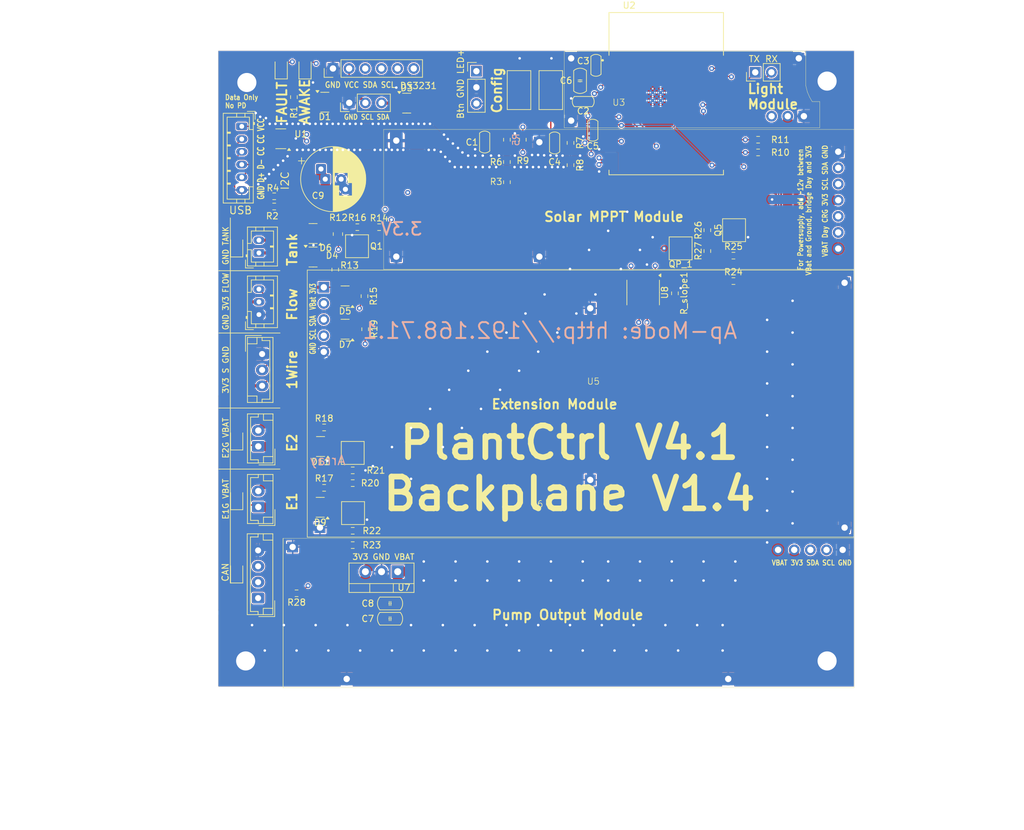
<source format=kicad_pcb>
(kicad_pcb
	(version 20241229)
	(generator "pcbnew")
	(generator_version "9.0")
	(general
		(thickness 1.6)
		(legacy_teardrops no)
	)
	(paper "A4")
	(layers
		(0 "F.Cu" signal)
		(4 "In1.Cu" signal)
		(6 "In2.Cu" signal)
		(2 "B.Cu" signal)
		(9 "F.Adhes" user "F.Adhesive")
		(11 "B.Adhes" user "B.Adhesive")
		(13 "F.Paste" user)
		(15 "B.Paste" user)
		(5 "F.SilkS" user "F.Silkscreen")
		(7 "B.SilkS" user "B.Silkscreen")
		(1 "F.Mask" user)
		(3 "B.Mask" user)
		(17 "Dwgs.User" user "User.Drawings")
		(19 "Cmts.User" user "User.Comments")
		(21 "Eco1.User" user "User.Eco1")
		(23 "Eco2.User" user "User.Eco2")
		(25 "Edge.Cuts" user)
		(27 "Margin" user)
		(31 "F.CrtYd" user "F.Courtyard")
		(29 "B.CrtYd" user "B.Courtyard")
		(35 "F.Fab" user)
		(33 "B.Fab" user)
	)
	(setup
		(stackup
			(layer "F.SilkS"
				(type "Top Silk Screen")
			)
			(layer "F.Paste"
				(type "Top Solder Paste")
			)
			(layer "F.Mask"
				(type "Top Solder Mask")
				(thickness 0.01)
			)
			(layer "F.Cu"
				(type "copper")
				(thickness 0.035)
			)
			(layer "dielectric 1"
				(type "prepreg")
				(thickness 0.1)
				(material "FR4")
				(epsilon_r 4.5)
				(loss_tangent 0.02)
			)
			(layer "In1.Cu"
				(type "copper")
				(thickness 0.035)
			)
			(layer "dielectric 2"
				(type "core")
				(thickness 1.24)
				(material "FR4")
				(epsilon_r 4.5)
				(loss_tangent 0.02)
			)
			(layer "In2.Cu"
				(type "copper")
				(thickness 0.035)
			)
			(layer "dielectric 3"
				(type "prepreg")
				(thickness 0.1)
				(material "FR4")
				(epsilon_r 4.5)
				(loss_tangent 0.02)
			)
			(layer "B.Cu"
				(type "copper")
				(thickness 0.035)
			)
			(layer "B.Mask"
				(type "Bottom Solder Mask")
				(thickness 0.01)
			)
			(layer "B.Paste"
				(type "Bottom Solder Paste")
			)
			(layer "B.SilkS"
				(type "Bottom Silk Screen")
			)
			(copper_finish "HAL lead-free")
			(dielectric_constraints no)
		)
		(pad_to_mask_clearance 0.05)
		(allow_soldermask_bridges_in_footprints no)
		(tenting front back)
		(aux_axis_origin 68.58 26.67)
		(grid_origin 68.58 26.67)
		(pcbplotparams
			(layerselection 0x00000000_00000000_5555555f_ffffffff)
			(plot_on_all_layers_selection 0x00000000_00000000_00000000_00000000)
			(disableapertmacros no)
			(usegerberextensions no)
			(usegerberattributes no)
			(usegerberadvancedattributes no)
			(creategerberjobfile no)
			(dashed_line_dash_ratio 12.000000)
			(dashed_line_gap_ratio 3.000000)
			(svgprecision 4)
			(plotframeref no)
			(mode 1)
			(useauxorigin no)
			(hpglpennumber 1)
			(hpglpenspeed 20)
			(hpglpendiameter 15.000000)
			(pdf_front_fp_property_popups yes)
			(pdf_back_fp_property_popups yes)
			(pdf_metadata yes)
			(pdf_single_document no)
			(dxfpolygonmode yes)
			(dxfimperialunits yes)
			(dxfusepcbnewfont yes)
			(psnegative no)
			(psa4output no)
			(plot_black_and_white yes)
			(sketchpadsonfab no)
			(plotpadnumbers no)
			(hidednponfab no)
			(sketchdnponfab yes)
			(crossoutdnponfab yes)
			(subtractmaskfromsilk no)
			(outputformat 1)
			(mirror no)
			(drillshape 0)
			(scaleselection 1)
			(outputdirectory "gerber/")
		)
	)
	(net 0 "")
	(net 1 "EN")
	(net 2 "VBAT")
	(net 3 "3_3V")
	(net 4 "Temp")
	(net 5 "TANK_SENSOR")
	(net 6 "Charge")
	(net 7 "Net-(Q1-G)")
	(net 8 "ESP_RX")
	(net 9 "ESP_TX")
	(net 10 "Net-(Boot1-Pad2)")
	(net 11 "SDA")
	(net 12 "SCL")
	(net 13 "Net-(CD1-A)")
	(net 14 "Net-(D2-K)")
	(net 15 "IsDay")
	(net 16 "LED_ENABLE")
	(net 17 "WORKING")
	(net 18 "ENABLE_TANK")
	(net 19 "USB_D-")
	(net 20 "FLOW")
	(net 21 "USB_D+")
	(net 22 "BOOT_SEL")
	(net 23 "WARN_LED")
	(net 24 "Net-(I1-A)")
	(net 25 "unconnected-(J6-Pin_5-Pad5)")
	(net 26 "USB_BUS")
	(net 27 "Net-(R3-Pad1)")
	(net 28 "unconnected-(U1-I{slash}O2-Pad4)")
	(net 29 "unconnected-(U1-I{slash}O1-Pad6)")
	(net 30 "Net-(J4-Pin_1)")
	(net 31 "Net-(D8-K)")
	(net 32 "Net-(D8-A)")
	(net 33 "Net-(D10-K)")
	(net 34 "Net-(D10-A)")
	(net 35 "Net-(J2-Pin_3)")
	(net 36 "Net-(Q2-G)")
	(net 37 "Net-(J2-Pin_2)")
	(net 38 "unconnected-(U2-IO8-Pad10)")
	(net 39 "unconnected-(U2-NC-Pad22)")
	(net 40 "Net-(Q3-G)")
	(net 41 "EXTRA_1")
	(net 42 "EXTRA_2")
	(net 43 "Net-(CD2-K)")
	(net 44 "CONFIG2")
	(net 45 "GND")
	(net 46 "unconnected-(J6-Pin_6-Pad6)")
	(net 47 "Net-(J7-Pin_3)")
	(net 48 "Net-(J7-Pin_2)")
	(net 49 "CAN_POWER")
	(net 50 "Net-(Q5-D)")
	(net 51 "Net-(Q5-G)")
	(net 52 "Net-(QP_1-G)")
	(net 53 "Enable_Can")
	(net 54 "Net-(U8-Rs)")
	(net 55 "CAN_TX")
	(net 56 "CAN_RX")
	(net 57 "unconnected-(U8-Vref-Pad5)")
	(footprint "Package_TO_SOT_SMD:SOT-23" (layer "F.Cu") (at 185.7675 101.92 180))
	(footprint "Modules:MPPT" (layer "F.Cu") (at 232.68 48.3075))
	(footprint "Button_Switch_SMD:SW_SPST_CK_RS282G05A3" (layer "F.Cu") (at 221.98 45.87 -90))
	(footprint "Modules:PumpModule" (layer "F.Cu") (at 219.88 111.47))
	(footprint "Connector_JST:JST_EH_B2B-EH-A_1x02_P2.50mm_Vertical" (layer "F.Cu") (at 175.98 111.42 90))
	(footprint "PCM_Capacitor_SMD_Handsoldering_AKL:C_0805_2012Metric_Pad1.18x1.45mm" (layer "F.Cu") (at 196.7 129 180))
	(footprint "PCM_Capacitor_SMD_Handsoldering_AKL:C_0603_1608Metric_Pad1.08x0.95mm" (layer "F.Cu") (at 229.08 41.97 -90))
	(footprint "Resistor_SMD:R_0603_1608Metric" (layer "F.Cu") (at 254.58 53.67 180))
	(footprint "PCM_Capacitor_SMD_Handsoldering_AKL:C_0603_1608Metric_Pad1.08x0.95mm" (layer "F.Cu") (at 227.08 47.67))
	(footprint "Button_Switch_SMD:SW_SPST_CK_RS282G05A3" (layer "F.Cu") (at 216.98 45.87 -90))
	(footprint "Resistor_SMD:R_0603_1608Metric" (layer "F.Cu") (at 225.08 54.17 90))
	(footprint "Connector_JST:JST_PH_B3B-PH-K_1x03_P2.00mm_Vertical" (layer "F.Cu") (at 176.08 81.17 90))
	(footprint "Resistor_SMD:R_0603_1608Metric" (layer "F.Cu") (at 246.6 67.9 90))
	(footprint "Connector_JST:JST_EH_B3B-EH-A_1x03_P2.50mm_Vertical" (layer "F.Cu") (at 176.58 87.37 -90))
	(footprint "Resistor_SMD:R_0603_1608Metric" (layer "F.Cu") (at 191.555 67.42 180))
	(footprint "Resistor_SMD:R_0603_1608Metric" (layer "F.Cu") (at 190.83 115.17))
	(footprint "Package_TO_SOT_SMD:SOT-23" (layer "F.Cu") (at 189.63 78.22 180))
	(footprint "LED_SMD:LED_0805_2012Metric" (layer "F.Cu") (at 179.58 42.42 90))
	(footprint "Package_TO_SOT_SMD:SOT-23" (layer "F.Cu") (at 184.5925 68.42 180))
	(footprint "Resistor_SMD:R_0603_1608Metric" (layer "F.Cu") (at 217.58 53.67 -90))
	(footprint "Connector_PinHeader_2.54mm:PinHeader_1x06_P2.54mm_Vertical" (layer "F.Cu") (at 187.72 42.47 90))
	(footprint "LED_SMD:LED_0805_2012Metric" (layer "F.Cu") (at 172.58 110.17 90))
	(footprint "Resistor_SMD:R_0603_1608Metric" (layer "F.Cu") (at 178.48 64.17))
	(footprint "Package_TO_SOT_SMD:SOT-23-6" (layer "F.Cu") (at 179.5175 53.52 180))
	(footprint "Package_TO_SOT_SMD:SOT-23" (layer "F.Cu") (at 189.63 83.47 180))
	(footprint "Resistor_SMD:R_0603_1608Metric" (layer "F.Cu") (at 241.5 77.825 -90))
	(footprint "PCM_Capacitor_SMD_Handsoldering_AKL:C_0805_2012Metric_Pad1.18x1.45mm" (layer "F.Cu") (at 196.7 126.6 180))
	(footprint "Resistor_SMD:R_0603_1608Metric" (layer "F.Cu") (at 215.08 60.345 -90))
	(footprint "Resistor_SMD:R_0603_1608Metric" (layer "F.Cu") (at 194.98 67.42))
	(footprint "PCM_Capacitor_SMD_Handsoldering_AKL:C_0603_1608Metric_Pad1.08x0.95mm" (layer "F.Cu") (at 211.58 54.0325 90))
	(footprint "Package_TO_SOT_SMD:SOT-23" (layer "F.Cu") (at 199.3175 47.92))
	(footprint "Capacitor_THT:CP_Radial_D10.0mm_P2.50mm_P5.00mm"
		(layer "F.Cu")
		(uuid "5788df9f-c91a-4f2f-8dbd-50d2ee8e1389")
		(at 186.509063 59.87)
		(descr "CP, Radial series, Radial, pin pitch=2.50mm 5.00mm, diameter=10mm, height=12mm, Electrolytic Capacitor")
		(tags "CP Radial series Radial pin pitch 2.50mm 5.00mm diameter 10mm height 12mm Electrolytic Capacitor")
		(property "Reference" "C9"
			(at -1.129063 2.6 0)
			(layer "F.SilkS")
			(uuid "d80d09d5-31e8-424b-86b6-1d42df47e3dd")
			(effects
				(font
					(size 1 1)
					(thickness 0.15)
				)
			)
		)
		(property "Value" "1000uF"
			(at 1.25 6.25 0)
			(layer "F.Fab")
			(uuid "70a175ba-ec71-450b-9a5a-91d206b8d5a6")
			(effects
				(font
					(size 1 1)
					(thickness 0.15)
				)
			)
		)
		(property "Datasheet" "~"
			(at 0 0 0)
			(layer "F.Fab")
			(hide yes)
			(uuid "abdac494-626e-4c59-bcd1-6423def8dddf")
			(effects
				(font
					(size 1.27 1.27)
					(thickness 0.15)
				)
			)
		)
		(property "Description" "Polarized capacitor"
			(at 0 0 0)
			(layer "F.Fab")
			(hide yes)
			(uuid "2403c29e-250c-4bf0-ac75-9a7df71bf331")
			(effects
				(font
					(size 1.27 1.27)
					(thickness 0.15)
				)
			)
		)
		(property ki_fp_filters "CP_*")
		(path "/51332e26-7a0c-48f2-9dc3-7987b9affed0")
		(sheetname "/")
		(sheetfile "PlantCtrlESP32.kicad_sch")
		(attr through_hole)
		(fp_line
			(start -4.229646 -2.875)
			(end -3.229646 -2.875)
			(stroke
				(width 0.12)
				(type solid)
			)
			(layer "F.SilkS")
			(uuid "89904ee2-4d83-4e54-a3c8-c26ee98bf1f9")
		)
		(fp_line
			(start -3.729646 -3.375)
			(end -3.729646 -2.375)
			(stroke
				(width 0.12)
				(type solid)
			)
			(layer "F.SilkS")
			(uuid "1b569b13-eee5-4a34-b784-7e05ed56ccd4")
		)
		(fp_line
			(start 1.25 -5.08)
			(end 1.25 5.08)
			(stroke
				(width 0.12)
				(type solid)
			)
			(layer "F.SilkS")
			(uuid "05314426-9e91-40ef-aa21-896d65621bd7")
		)
		(fp_line
			(start 1.29 -5.08)
			(end 1.29 5.08)
			(stroke
				(width 0.12)
				(type solid)
			)
			(layer "F.SilkS")
			(uuid "0490155d-3a81-4e7a-a412-017cb9c7094d")
		)
		(fp_line
			(start 1.33 -5.079)
			(end 1.33 5.079)
			(stroke
				(width 0.12)
				(type solid)
			)
			(layer "F.SilkS")
			(uuid "f3367b71-175b-4675-b5c8-0006ad21e2ce")
		)
		(fp_line
			(start 1.37 -5.079)
			(end 1.37 5.079)
			(stroke
				(width 0.12)
				(type solid)
			)
			(layer "F.SilkS")
			(uuid "15388988-bb8c-4a7d-9a27-5e345d075b23")
		)
		(fp_line
			(start 1.41 -5.077)
			(end 1.41 5.077)
			(stroke
				(width 0.12)
				(type solid)
			)
			(layer "F.SilkS")
			(uuid "25fdd878-44c9-413c-8a14-d6bac1aa6c20")
		)
		(fp_line
			(start 1.45 -5.076)
			(end 1.45 5.076)
			(stroke
				(width 0.12)
				(type solid)
			)
			(layer "F.SilkS")
			(uuid "552b9aeb-ca3d-4c06-b359-5e628beadabc")
		)
		(fp_line
			(start 1.49 -5.074)
			(end 1.49 -1.04)
			(stroke
				(width 0.12)
				(type solid)
			)
			(layer "F.SilkS")
			(uuid "deb56c4a-1ecd-4019-a002-594f08ebd1d9")
		)
		(fp_line
			(start 1.49 1.04)
			(end 1.49 5.074)
			(stroke
				(width 0.12)
				(type solid)
			)
			(layer "F.SilkS")
			(uuid "ab811579-af15-4cd2-9f25-60a2d0a317ff")
		)
		(fp_line
			(start 1.53 -5.072)
			(end 1.53 -1.04)
			(stroke
				(width 0.12)
				(type solid)
			)
			(layer "F.SilkS")
			(uuid "0f8d9563-d363-4328-a036-d2312e3181c6")
		)
		(fp_line
			(start 1.53 1.04)
			(end 1.53 5.072)
			(stroke
				(width 0.12)
				(type solid)
			)
			(layer "F.SilkS")
			(uuid "f2f689c2-9cc7-46b9-8083-4eaa322fc907")
		)
		(fp_line
			(start 1.57 -5.07)
			(end 1.57 -1.04)
			(stroke
				(width 0.12)
				(type solid)
			)
			(layer "F.SilkS")
			(uuid "71dccc16-d431-47ad-820c-5a62cf3d0c41")
		)
		(fp_line
			(start 1.57 1.04)
			(end 1.57 5.07)
			(stroke
				(width 0.12)
				(type solid)
			)
			(layer "F.SilkS")
			(uuid "b03a05ae-260b-4033-8632-d5549ee4dbe7")
		)
		(fp_line
			(start 1.61 -5.067)
			(end 1.61 -1.04)
			(stroke
				(width 0.12)
				(type solid)
			)
			(layer "F.SilkS")
			(uuid "ef879969-314c-4c7e-9574-0fad767d4d31")
		)
		(fp_line
			(start 1.61 1.04)
			(end 1.61 5.067)
			(stroke
				(width 0.12)
				(type solid)
			)
			(layer "F.SilkS")
			(uuid "9280b2ee-f2f6-4b45-bc8c-6f08c8ba3528")
		)
		(fp_line
			(start 1.65 -5.064)
			(end 1.65 -1.04)
			(stroke
				(width 0.12)
				(type solid)
			)
			(layer "F.SilkS")
			(uuid "76acfc1c-8fe5-4392-975c-70b4f4164a63")
		)
		(fp_line
			(start 1.65 1.04)
			(end 1.65 5.064)
			(stroke
				(width 0.12)
				(type solid)
			)
			(layer "F.SilkS")
			(uuid "589d9ac1-1773-493c-9ae1-7bc72cf91001")
		)
		(fp_line
			(start 1.69 -5.061)
			(end 1.69 -1.04)
			(stroke
				(width 0.12)
				(type solid)
			)
			(layer "F.SilkS")
			(uuid "6f43440a-25f2-46f7-a6ce-6a19ee97afd2")
		)
		(fp_line
			(start 1.69 1.04)
			(end 1.69 5.061)
			(stroke
				(width 0.12)
				(type solid)
			)
			(layer "F.SilkS")
			(uuid "4c22828d-6172-47bc-a2c6-1a63105667ed")
		)
		(fp_line
			(start 1.73 -5.057)
			(end 1.73 -1.04)
			(stroke
				(width 0.12)
				(type solid)
			)
			(layer "F.SilkS")
			(uuid "73b97273-51d2-46e0-bd6b-f9d6fa3bf7a4")
		)
		(fp_line
			(start 1.73 1.04)
			(end 1.73 5.057)
			(stroke
				(width 0.12)
				(type solid)
			)
			(layer "F.SilkS")
			(uuid "517bddd7-e407-4ed8-95c1-67242233ffec")
		)
		(fp_line
			(start 1.77 -5.054)
			(end 1.77 -1.04)
			(stroke
				(width 0.12)
				(type solid)
			)
			(layer "F.SilkS")
			(uuid "2c714d55-eea2-4fb2-9d1e-60fb8f24a6c4")
		)
		(fp_line
			(start 1.77 1.04)
			(end 1.77 5.054)
			(stroke
				(width 0.12)
				(type solid)
			)
			(layer "F.SilkS")
			(uuid "c6272eab-de29-4e84-bd4a-b33ba44be5da")
		)
		(fp_line
			(start 1.81 -5.049)
			(end 1.81 -1.04)
			(stroke
				(width 0.12)
				(type solid)
			)
			(layer "F.SilkS")
			(uuid "27e08f13-7a08-4866-a2a4-4d244276df34")
		)
		(fp_line
			(start 1.81 1.04)
			(end 1.81 5.049)
			(stroke
				(width 0.12)
				(type solid)
			)
			(layer "F.SilkS")
			(uuid "3dd14f20-0cbe-456a-a52b-f4d759537a98")
		)
		(fp_line
			(start 1.85 -5.045)
			(end 1.85 -1.04)
			(stroke
				(width 0.12)
				(type solid)
			)
			(layer "F.SilkS")
			(uuid "4554e845-7861-4d44-9b4e-65f744eb9ed4")
		)
		(fp_line
			(start 1.85 1.04)
			(end 1.85 5.045)
			(stroke
				(width 0.12)
				(type solid)
			)
			(layer "F.SilkS")
			(uuid "a9838921-2a07-4d39-9523-373f9895fe02")
		)
		(fp_line
			(start 1.89 -5.04)
			(end 1.89 -1.04)
			(stroke
				(width 0.12)
				(type solid)
			)
			(layer "F.SilkS")
			(uuid "9dd7c8f8-a793-4526-afe2-f7a750e4c50f")
		)
		(fp_line
			(start 1.89 1.04)
			(end 1.89 5.04)
			(stroke
				(width 0.12)
				(type solid)
			)
			(layer "F.SilkS")
			(uuid "2c511a83-25fd-4f6c-95f9-6e26f059e857")
		)
		(fp_line
			(start 1.93 -5.035)
			(end 1.93 -1.04)
			(stroke
				(width 0.12)
				(type solid)
			)
			(layer "F.SilkS")
			(uuid "2252ebe1-2f4d-4ea6-812e-0371f7e16ba8")
		)
		(fp_line
			(start 1.93 1.04)
			(end 1.93 5.035)
			(stroke
				(width 0.12)
				(type solid)
			)
			(layer "F.SilkS")
			(uuid "80c2c4e6-20d7-4ab9-8120-61e5c409e7c8")
		)
		(fp_line
			(start 1.97 -5.029)
			(end 1.97 -1.04)
			(stroke
				(width 0.12)
				(type solid)
			)
			(layer "F.SilkS")
			(uuid "5d92da4a-3dfb-4866-89d4-9a811f0148d4")
		)
		(fp_line
			(start 1.97 1.04)
			(end 1.97 5.029)
			(stroke
				(width 0.12)
				(type solid)
			)
			(layer "F.SilkS")
			(uuid "5b821102-a4ea-4b1a-91cb-58e3646ba081")
		)
		(fp_line
			(start 2.01 -5.023)
			(end 2.01 -1.04)
			(stroke
				(width 0.12)
				(type solid)
			)
			(layer "F.SilkS")
			(uuid "39e18b03-c8f8-4fc1-a958-546937b8e4ee")
		)
		(fp_line
			(start 2.01 1.04)
			(end 2.01 5.023)
			(stroke
				(width 0.12)
				(type solid)
			)
			(layer "F.SilkS")
			(uuid "35810396-506e-4501-a98d-184f71176d4e")
		)
		(fp_line
			(start 2.05 -5.017)
			(end 2.05 -1.04)
			(stroke
				(width 0.12)
				(type solid)
			)
			(layer "F.SilkS")
			(uuid "4f359438-eac5-4b07-bbf8-57711e85cd0c")
		)
		(fp_line
			(start 2.05 1.04)
			(end 2.05 5.017)
			(stroke
				(width 0.12)
				(type solid)
			)
			(layer "F.SilkS")
			(uuid "72abd212-da13-4800-8329-8320a511405a")
		)
		(fp_line
			(start 2.09 -5.011)
			(end 2.09 -1.04)
			(stroke
				(width 0.12)
				(type solid)
			)
			(layer "F.SilkS")
			(uuid "d298eb84-c624-4af2-9fe4-0f7ff1bea8aa")
		)
		(fp_line
			(start 2.09 1.04)
			(end 2.09 5.011)
			(stroke
				(width 0.12)
				(type solid)
			)
			(layer "F.SilkS")
			(uuid "40a0c069-00d5-4499-a9ab-bf75bfef5d2f")
		)
		(fp_line
			(start 2.13 -5.004)
			(end 2.13 -1.04)
			(stroke
				(width 0.12)
				(type solid)
			)
			(layer "F.SilkS"
... [4309560 chars truncated]
</source>
